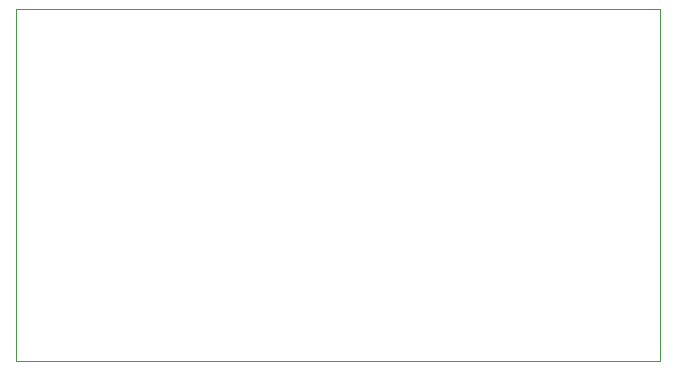
<source format=gbr>
%TF.GenerationSoftware,KiCad,Pcbnew,9.0.1*%
%TF.CreationDate,2025-05-14T23:35:05-05:00*%
%TF.ProjectId,Project-Star,50726f6a-6563-4742-9d53-7461722e6b69,rev?*%
%TF.SameCoordinates,Original*%
%TF.FileFunction,Profile,NP*%
%FSLAX46Y46*%
G04 Gerber Fmt 4.6, Leading zero omitted, Abs format (unit mm)*
G04 Created by KiCad (PCBNEW 9.0.1) date 2025-05-14 23:35:05*
%MOMM*%
%LPD*%
G01*
G04 APERTURE LIST*
%TA.AperFunction,Profile*%
%ADD10C,0.050000*%
%TD*%
G04 APERTURE END LIST*
D10*
X118500000Y-86000000D02*
X173020000Y-86000000D01*
X173020000Y-115800000D01*
X118500000Y-115800000D01*
X118500000Y-86000000D01*
M02*

</source>
